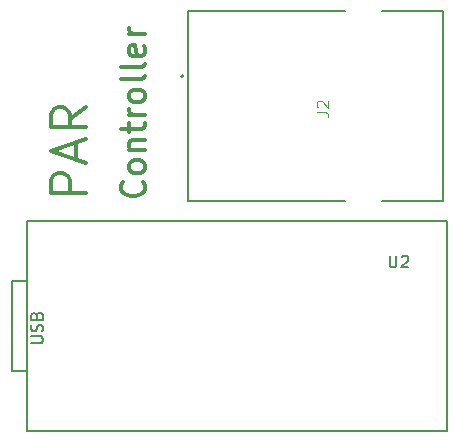
<source format=gbr>
%TF.GenerationSoftware,KiCad,Pcbnew,(5.1.8-0-10_14)*%
%TF.CreationDate,2021-03-11T09:37:04+11:00*%
%TF.ProjectId,Controller,436f6e74-726f-46c6-9c65-722e6b696361,rev?*%
%TF.SameCoordinates,Original*%
%TF.FileFunction,Legend,Top*%
%TF.FilePolarity,Positive*%
%FSLAX46Y46*%
G04 Gerber Fmt 4.6, Leading zero omitted, Abs format (unit mm)*
G04 Created by KiCad (PCBNEW (5.1.8-0-10_14)) date 2021-03-11 09:37:04*
%MOMM*%
%LPD*%
G01*
G04 APERTURE LIST*
%ADD10C,0.300000*%
%ADD11C,0.127000*%
%ADD12C,0.200000*%
%ADD13C,0.150000*%
%ADD14C,0.015000*%
G04 APERTURE END LIST*
D10*
X132757142Y-92271428D02*
X129757142Y-92271428D01*
X129757142Y-91128571D01*
X129900000Y-90842857D01*
X130042857Y-90700000D01*
X130328571Y-90557142D01*
X130757142Y-90557142D01*
X131042857Y-90700000D01*
X131185714Y-90842857D01*
X131328571Y-91128571D01*
X131328571Y-92271428D01*
X131900000Y-89414285D02*
X131900000Y-87985714D01*
X132757142Y-89700000D02*
X129757142Y-88700000D01*
X132757142Y-87700000D01*
X132757142Y-84985714D02*
X131328571Y-85985714D01*
X132757142Y-86700000D02*
X129757142Y-86700000D01*
X129757142Y-85557142D01*
X129900000Y-85271428D01*
X130042857Y-85128571D01*
X130328571Y-84985714D01*
X130757142Y-84985714D01*
X131042857Y-85128571D01*
X131185714Y-85271428D01*
X131328571Y-85557142D01*
X131328571Y-86700000D01*
X137514285Y-91309523D02*
X137609523Y-91404761D01*
X137704761Y-91690476D01*
X137704761Y-91880952D01*
X137609523Y-92166666D01*
X137419047Y-92357142D01*
X137228571Y-92452380D01*
X136847619Y-92547619D01*
X136561904Y-92547619D01*
X136180952Y-92452380D01*
X135990476Y-92357142D01*
X135800000Y-92166666D01*
X135704761Y-91880952D01*
X135704761Y-91690476D01*
X135800000Y-91404761D01*
X135895238Y-91309523D01*
X137704761Y-90166666D02*
X137609523Y-90357142D01*
X137514285Y-90452380D01*
X137323809Y-90547619D01*
X136752380Y-90547619D01*
X136561904Y-90452380D01*
X136466666Y-90357142D01*
X136371428Y-90166666D01*
X136371428Y-89880952D01*
X136466666Y-89690476D01*
X136561904Y-89595238D01*
X136752380Y-89500000D01*
X137323809Y-89500000D01*
X137514285Y-89595238D01*
X137609523Y-89690476D01*
X137704761Y-89880952D01*
X137704761Y-90166666D01*
X136371428Y-88642857D02*
X137704761Y-88642857D01*
X136561904Y-88642857D02*
X136466666Y-88547619D01*
X136371428Y-88357142D01*
X136371428Y-88071428D01*
X136466666Y-87880952D01*
X136657142Y-87785714D01*
X137704761Y-87785714D01*
X136371428Y-87119047D02*
X136371428Y-86357142D01*
X135704761Y-86833333D02*
X137419047Y-86833333D01*
X137609523Y-86738095D01*
X137704761Y-86547619D01*
X137704761Y-86357142D01*
X137704761Y-85690476D02*
X136371428Y-85690476D01*
X136752380Y-85690476D02*
X136561904Y-85595238D01*
X136466666Y-85500000D01*
X136371428Y-85309523D01*
X136371428Y-85119047D01*
X137704761Y-84166666D02*
X137609523Y-84357142D01*
X137514285Y-84452380D01*
X137323809Y-84547619D01*
X136752380Y-84547619D01*
X136561904Y-84452380D01*
X136466666Y-84357142D01*
X136371428Y-84166666D01*
X136371428Y-83880952D01*
X136466666Y-83690476D01*
X136561904Y-83595238D01*
X136752380Y-83500000D01*
X137323809Y-83500000D01*
X137514285Y-83595238D01*
X137609523Y-83690476D01*
X137704761Y-83880952D01*
X137704761Y-84166666D01*
X137704761Y-82357142D02*
X137609523Y-82547619D01*
X137419047Y-82642857D01*
X135704761Y-82642857D01*
X137704761Y-81309523D02*
X137609523Y-81500000D01*
X137419047Y-81595238D01*
X135704761Y-81595238D01*
X137609523Y-79785714D02*
X137704761Y-79976190D01*
X137704761Y-80357142D01*
X137609523Y-80547619D01*
X137419047Y-80642857D01*
X136657142Y-80642857D01*
X136466666Y-80547619D01*
X136371428Y-80357142D01*
X136371428Y-79976190D01*
X136466666Y-79785714D01*
X136657142Y-79690476D01*
X136847619Y-79690476D01*
X137038095Y-80642857D01*
X137704761Y-78833333D02*
X136371428Y-78833333D01*
X136752380Y-78833333D02*
X136561904Y-78738095D01*
X136466666Y-78642857D01*
X136371428Y-78452380D01*
X136371428Y-78261904D01*
D11*
%TO.C,J2*%
X154625000Y-92965000D02*
X141350000Y-92965000D01*
X162940000Y-92965000D02*
X157790000Y-92965000D01*
X162940000Y-76835000D02*
X162940000Y-92965000D01*
X157790000Y-76835000D02*
X162940000Y-76835000D01*
X141350000Y-76835000D02*
X154625000Y-76835000D01*
X141350000Y-92965000D02*
X141350000Y-76835000D01*
D12*
X140950000Y-82365000D02*
G75*
G03*
X140950000Y-82365000I-100000J0D01*
G01*
D13*
%TO.C,U2*%
X127710000Y-112370000D02*
X127710000Y-94590000D01*
X163270000Y-112370000D02*
X127710000Y-112370000D01*
X163270000Y-94590000D02*
X163270000Y-112370000D01*
X127710000Y-94590000D02*
X163270000Y-94590000D01*
X126440000Y-99670000D02*
X127710000Y-99670000D01*
X126440000Y-107290000D02*
X126440000Y-99670000D01*
X127710000Y-107290000D02*
X126440000Y-107290000D01*
%TO.C,J2*%
D14*
X152252380Y-85433333D02*
X152966666Y-85433333D01*
X153109523Y-85480952D01*
X153204761Y-85576190D01*
X153252380Y-85719047D01*
X153252380Y-85814285D01*
X152347619Y-85004761D02*
X152300000Y-84957142D01*
X152252380Y-84861904D01*
X152252380Y-84623809D01*
X152300000Y-84528571D01*
X152347619Y-84480952D01*
X152442857Y-84433333D01*
X152538095Y-84433333D01*
X152680952Y-84480952D01*
X153252380Y-85052380D01*
X153252380Y-84433333D01*
%TO.C,U2*%
D13*
X158438095Y-97552380D02*
X158438095Y-98361904D01*
X158485714Y-98457142D01*
X158533333Y-98504761D01*
X158628571Y-98552380D01*
X158819047Y-98552380D01*
X158914285Y-98504761D01*
X158961904Y-98457142D01*
X159009523Y-98361904D01*
X159009523Y-97552380D01*
X159438095Y-97647619D02*
X159485714Y-97600000D01*
X159580952Y-97552380D01*
X159819047Y-97552380D01*
X159914285Y-97600000D01*
X159961904Y-97647619D01*
X160009523Y-97742857D01*
X160009523Y-97838095D01*
X159961904Y-97980952D01*
X159390476Y-98552380D01*
X160009523Y-98552380D01*
X128067380Y-104966904D02*
X128876904Y-104966904D01*
X128972142Y-104919285D01*
X129019761Y-104871666D01*
X129067380Y-104776428D01*
X129067380Y-104585952D01*
X129019761Y-104490714D01*
X128972142Y-104443095D01*
X128876904Y-104395476D01*
X128067380Y-104395476D01*
X129019761Y-103966904D02*
X129067380Y-103824047D01*
X129067380Y-103585952D01*
X129019761Y-103490714D01*
X128972142Y-103443095D01*
X128876904Y-103395476D01*
X128781666Y-103395476D01*
X128686428Y-103443095D01*
X128638809Y-103490714D01*
X128591190Y-103585952D01*
X128543571Y-103776428D01*
X128495952Y-103871666D01*
X128448333Y-103919285D01*
X128353095Y-103966904D01*
X128257857Y-103966904D01*
X128162619Y-103919285D01*
X128115000Y-103871666D01*
X128067380Y-103776428D01*
X128067380Y-103538333D01*
X128115000Y-103395476D01*
X128543571Y-102633571D02*
X128591190Y-102490714D01*
X128638809Y-102443095D01*
X128734047Y-102395476D01*
X128876904Y-102395476D01*
X128972142Y-102443095D01*
X129019761Y-102490714D01*
X129067380Y-102585952D01*
X129067380Y-102966904D01*
X128067380Y-102966904D01*
X128067380Y-102633571D01*
X128115000Y-102538333D01*
X128162619Y-102490714D01*
X128257857Y-102443095D01*
X128353095Y-102443095D01*
X128448333Y-102490714D01*
X128495952Y-102538333D01*
X128543571Y-102633571D01*
X128543571Y-102966904D01*
%TD*%
M02*

</source>
